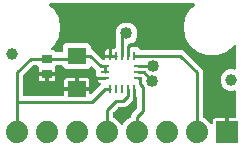
<source format=gbr>
G04 EAGLE Gerber RS-274X export*
G75*
%MOMM*%
%FSLAX34Y34*%
%LPD*%
%INTop Copper*%
%IPPOS*%
%AMOC8*
5,1,8,0,0,1.08239X$1,22.5*%
G01*
%ADD10R,0.900000X0.700000*%
%ADD11R,1.879600X1.879600*%
%ADD12C,1.879600*%
%ADD13R,0.280000X0.700000*%
%ADD14R,0.700000X0.280000*%
%ADD15R,1.600000X1.400000*%
%ADD16C,1.000000*%
%ADD17C,0.254000*%
%ADD18C,1.016000*%

G36*
X191574Y12709D02*
X191574Y12709D01*
X191632Y12708D01*
X191714Y12729D01*
X191797Y12741D01*
X191851Y12765D01*
X191907Y12779D01*
X191980Y12822D01*
X192057Y12857D01*
X192102Y12895D01*
X192152Y12925D01*
X192210Y12986D01*
X192274Y13041D01*
X192306Y13089D01*
X192346Y13132D01*
X192385Y13207D01*
X192431Y13277D01*
X192449Y13333D01*
X192476Y13385D01*
X192487Y13453D01*
X192517Y13548D01*
X192520Y13648D01*
X192531Y13716D01*
X192531Y24639D01*
X196944Y24639D01*
X197002Y24647D01*
X197059Y24645D01*
X197142Y24667D01*
X197226Y24679D01*
X197279Y24702D01*
X197334Y24717D01*
X197408Y24760D01*
X197485Y24795D01*
X197529Y24832D01*
X197579Y24861D01*
X197637Y24923D01*
X197702Y24978D01*
X197734Y25026D01*
X197774Y25068D01*
X197813Y25144D01*
X197860Y25215D01*
X197877Y25270D01*
X197904Y25321D01*
X197915Y25390D01*
X197946Y25486D01*
X197948Y25585D01*
X197960Y25652D01*
X197994Y47343D01*
X197978Y47458D01*
X197968Y47573D01*
X197958Y47598D01*
X197954Y47625D01*
X197907Y47730D01*
X197866Y47838D01*
X197850Y47860D01*
X197839Y47884D01*
X197764Y47973D01*
X197694Y48065D01*
X197673Y48081D01*
X197655Y48102D01*
X197559Y48166D01*
X197466Y48235D01*
X197441Y48245D01*
X197419Y48260D01*
X197309Y48295D01*
X197201Y48336D01*
X197174Y48338D01*
X197148Y48346D01*
X197032Y48349D01*
X196917Y48358D01*
X196894Y48353D01*
X196864Y48354D01*
X196597Y48284D01*
X196590Y48283D01*
X196589Y48282D01*
X196113Y48085D01*
X192507Y48085D01*
X189175Y49465D01*
X186625Y52015D01*
X185245Y55347D01*
X185245Y58953D01*
X186625Y62285D01*
X189175Y64835D01*
X192507Y66215D01*
X196113Y66215D01*
X196621Y66004D01*
X196731Y65976D01*
X196840Y65941D01*
X196868Y65941D01*
X196896Y65933D01*
X197010Y65937D01*
X197124Y65934D01*
X197152Y65941D01*
X197180Y65942D01*
X197289Y65976D01*
X197399Y66005D01*
X197424Y66019D01*
X197451Y66028D01*
X197546Y66092D01*
X197644Y66150D01*
X197664Y66171D01*
X197687Y66186D01*
X197761Y66274D01*
X197839Y66357D01*
X197852Y66382D01*
X197870Y66404D01*
X197917Y66508D01*
X197969Y66610D01*
X197973Y66635D01*
X197986Y66664D01*
X198021Y66920D01*
X198025Y66941D01*
X198054Y85645D01*
X198051Y85665D01*
X198053Y85686D01*
X198032Y85806D01*
X198015Y85927D01*
X198007Y85945D01*
X198003Y85965D01*
X197948Y86075D01*
X197899Y86186D01*
X197886Y86202D01*
X197877Y86220D01*
X197794Y86310D01*
X197716Y86404D01*
X197699Y86415D01*
X197685Y86430D01*
X197580Y86494D01*
X197479Y86562D01*
X197460Y86568D01*
X197442Y86578D01*
X197324Y86611D01*
X197208Y86648D01*
X197188Y86648D01*
X197168Y86654D01*
X197046Y86652D01*
X196924Y86656D01*
X196904Y86650D01*
X196884Y86650D01*
X196767Y86615D01*
X196649Y86584D01*
X196631Y86574D01*
X196612Y86568D01*
X196509Y86502D01*
X196404Y86439D01*
X196390Y86424D01*
X196373Y86413D01*
X196326Y86356D01*
X196209Y86232D01*
X196189Y86193D01*
X189794Y80827D01*
X181965Y77977D01*
X173635Y77977D01*
X165806Y80826D01*
X159425Y86181D01*
X155259Y93396D01*
X153813Y101600D01*
X155259Y109804D01*
X159425Y117019D01*
X163128Y120126D01*
X163178Y120181D01*
X163234Y120229D01*
X163272Y120286D01*
X163318Y120338D01*
X163350Y120404D01*
X163391Y120465D01*
X163412Y120531D01*
X163442Y120594D01*
X163455Y120666D01*
X163477Y120736D01*
X163479Y120805D01*
X163491Y120874D01*
X163482Y120947D01*
X163484Y121020D01*
X163467Y121087D01*
X163459Y121156D01*
X163431Y121224D01*
X163413Y121295D01*
X163377Y121355D01*
X163351Y121419D01*
X163305Y121477D01*
X163267Y121540D01*
X163217Y121587D01*
X163174Y121641D01*
X163114Y121684D01*
X163060Y121734D01*
X162998Y121766D01*
X162942Y121806D01*
X162872Y121830D01*
X162807Y121864D01*
X162749Y121874D01*
X162673Y121900D01*
X162551Y121907D01*
X162476Y121919D01*
X40724Y121919D01*
X40651Y121909D01*
X40578Y121909D01*
X40511Y121889D01*
X40443Y121879D01*
X40376Y121849D01*
X40305Y121829D01*
X40247Y121792D01*
X40183Y121763D01*
X40127Y121716D01*
X40065Y121676D01*
X40019Y121624D01*
X39966Y121580D01*
X39926Y121518D01*
X39877Y121463D01*
X39847Y121401D01*
X39809Y121343D01*
X39787Y121273D01*
X39755Y121206D01*
X39744Y121138D01*
X39723Y121072D01*
X39721Y120998D01*
X39709Y120926D01*
X39717Y120857D01*
X39716Y120788D01*
X39734Y120717D01*
X39743Y120643D01*
X39770Y120580D01*
X39787Y120513D01*
X39825Y120449D01*
X39854Y120382D01*
X39892Y120337D01*
X39933Y120268D01*
X40022Y120184D01*
X40072Y120126D01*
X43775Y117019D01*
X47941Y109804D01*
X49387Y101600D01*
X47941Y93396D01*
X43775Y86181D01*
X41697Y84438D01*
X41648Y84383D01*
X41592Y84335D01*
X41553Y84278D01*
X41507Y84226D01*
X41475Y84160D01*
X41434Y84099D01*
X41413Y84033D01*
X41383Y83970D01*
X41371Y83898D01*
X41349Y83828D01*
X41347Y83759D01*
X41335Y83690D01*
X41343Y83617D01*
X41341Y83544D01*
X41359Y83477D01*
X41366Y83408D01*
X41394Y83340D01*
X41413Y83269D01*
X41448Y83209D01*
X41475Y83145D01*
X41521Y83087D01*
X41558Y83024D01*
X41609Y82977D01*
X41652Y82923D01*
X41712Y82880D01*
X41766Y82830D01*
X41827Y82798D01*
X41884Y82758D01*
X41953Y82734D01*
X42019Y82700D01*
X42077Y82690D01*
X42152Y82664D01*
X42274Y82657D01*
X42350Y82645D01*
X44284Y82645D01*
X46216Y80712D01*
X46286Y80660D01*
X46350Y80600D01*
X46399Y80574D01*
X46443Y80541D01*
X46525Y80510D01*
X46603Y80470D01*
X46651Y80462D01*
X46709Y80440D01*
X46857Y80428D01*
X46934Y80415D01*
X50420Y80415D01*
X50478Y80423D01*
X50536Y80421D01*
X50618Y80443D01*
X50702Y80455D01*
X50755Y80478D01*
X50811Y80493D01*
X50884Y80536D01*
X50961Y80571D01*
X51006Y80609D01*
X51056Y80638D01*
X51114Y80700D01*
X51178Y80754D01*
X51210Y80803D01*
X51250Y80846D01*
X51289Y80921D01*
X51336Y80991D01*
X51353Y81047D01*
X51380Y81099D01*
X51391Y81167D01*
X51421Y81262D01*
X51424Y81362D01*
X51435Y81430D01*
X51435Y86184D01*
X53816Y88565D01*
X73184Y88565D01*
X75565Y86184D01*
X75565Y83677D01*
X75565Y83676D01*
X75565Y83674D01*
X75585Y83534D01*
X75605Y83396D01*
X75605Y83394D01*
X75605Y83393D01*
X75662Y83267D01*
X75721Y83136D01*
X75722Y83135D01*
X75723Y83134D01*
X75814Y83027D01*
X75904Y82919D01*
X75906Y82919D01*
X75907Y82917D01*
X75920Y82909D01*
X76141Y82762D01*
X76170Y82753D01*
X76191Y82739D01*
X77922Y82023D01*
X85682Y74262D01*
X85752Y74210D01*
X85816Y74150D01*
X85865Y74124D01*
X85910Y74091D01*
X85991Y74060D01*
X86069Y74020D01*
X86117Y74012D01*
X86175Y73990D01*
X86323Y73978D01*
X86400Y73965D01*
X86644Y73965D01*
X86702Y73973D01*
X86760Y73971D01*
X86842Y73993D01*
X86926Y74005D01*
X86979Y74028D01*
X87035Y74043D01*
X87108Y74086D01*
X87185Y74121D01*
X87230Y74159D01*
X87280Y74188D01*
X87338Y74250D01*
X87402Y74304D01*
X87434Y74353D01*
X87474Y74396D01*
X87513Y74471D01*
X87560Y74541D01*
X87577Y74597D01*
X87604Y74649D01*
X87615Y74717D01*
X87645Y74812D01*
X87648Y74912D01*
X87659Y74980D01*
X87659Y76485D01*
X91600Y76485D01*
X91658Y76493D01*
X91716Y76491D01*
X91798Y76513D01*
X91881Y76524D01*
X91935Y76548D01*
X91991Y76563D01*
X92064Y76606D01*
X92141Y76641D01*
X92185Y76678D01*
X92235Y76708D01*
X92236Y76709D01*
X92293Y76770D01*
X92358Y76824D01*
X92358Y76825D01*
X92390Y76873D01*
X92430Y76916D01*
X92469Y76991D01*
X92516Y77061D01*
X92533Y77117D01*
X92560Y77169D01*
X92571Y77237D01*
X92601Y77332D01*
X92604Y77432D01*
X92615Y77500D01*
X92615Y83541D01*
X93334Y83541D01*
X93837Y83406D01*
X93934Y83394D01*
X94029Y83374D01*
X94069Y83378D01*
X94119Y83372D01*
X94289Y83399D01*
X94363Y83406D01*
X94866Y83541D01*
X95250Y83541D01*
X95308Y83549D01*
X95366Y83547D01*
X95448Y83569D01*
X95532Y83581D01*
X95585Y83604D01*
X95641Y83619D01*
X95714Y83662D01*
X95791Y83697D01*
X95836Y83735D01*
X95886Y83764D01*
X95944Y83826D01*
X96008Y83880D01*
X96040Y83929D01*
X96080Y83972D01*
X96119Y84047D01*
X96166Y84117D01*
X96183Y84173D01*
X96210Y84225D01*
X96221Y84293D01*
X96251Y84388D01*
X96254Y84488D01*
X96265Y84556D01*
X96265Y93771D01*
X96297Y93848D01*
X96319Y93932D01*
X96350Y94014D01*
X96354Y94069D01*
X96368Y94123D01*
X96365Y94210D01*
X96372Y94298D01*
X96361Y94345D01*
X96360Y94407D01*
X96315Y94548D01*
X96297Y94625D01*
X96265Y94701D01*
X96265Y98339D01*
X97657Y101700D01*
X100230Y104273D01*
X103591Y105665D01*
X107229Y105665D01*
X110590Y104273D01*
X113163Y101700D01*
X114555Y98339D01*
X114555Y94701D01*
X113163Y91340D01*
X110590Y88767D01*
X107561Y87513D01*
X107560Y87512D01*
X107559Y87512D01*
X107438Y87440D01*
X107317Y87368D01*
X107316Y87367D01*
X107314Y87367D01*
X107217Y87262D01*
X107121Y87162D01*
X107121Y87160D01*
X107120Y87159D01*
X107055Y87034D01*
X106991Y86909D01*
X106991Y86907D01*
X106990Y86906D01*
X106988Y86891D01*
X106936Y86630D01*
X106939Y86600D01*
X106935Y86575D01*
X106935Y85934D01*
X106939Y85905D01*
X106936Y85876D01*
X106959Y85765D01*
X106975Y85653D01*
X106987Y85626D01*
X106992Y85597D01*
X107045Y85496D01*
X107091Y85393D01*
X107110Y85371D01*
X107123Y85345D01*
X107201Y85263D01*
X107274Y85176D01*
X107299Y85160D01*
X107319Y85139D01*
X107417Y85081D01*
X107511Y85019D01*
X107539Y85010D01*
X107564Y84995D01*
X107674Y84967D01*
X107782Y84933D01*
X107811Y84932D01*
X107840Y84925D01*
X107953Y84928D01*
X108066Y84926D01*
X108095Y84933D01*
X108124Y84934D01*
X108232Y84969D01*
X108341Y84997D01*
X108367Y85012D01*
X108395Y85021D01*
X108455Y85065D01*
X114684Y85065D01*
X116616Y83132D01*
X116686Y83080D01*
X116750Y83020D01*
X116799Y82994D01*
X116844Y82961D01*
X116925Y82930D01*
X117003Y82890D01*
X117051Y82882D01*
X117109Y82860D01*
X117257Y82848D01*
X117334Y82835D01*
X152161Y82835D01*
X154122Y82023D01*
X169623Y66522D01*
X170435Y64561D01*
X170435Y25741D01*
X170435Y25739D01*
X170435Y25737D01*
X170455Y25597D01*
X170475Y25459D01*
X170475Y25458D01*
X170475Y25456D01*
X170536Y25323D01*
X170591Y25200D01*
X170592Y25198D01*
X170593Y25197D01*
X170684Y25090D01*
X170774Y24983D01*
X170776Y24982D01*
X170777Y24981D01*
X170790Y24972D01*
X171011Y24825D01*
X171040Y24816D01*
X171061Y24803D01*
X172726Y24113D01*
X176513Y20326D01*
X176608Y20097D01*
X176652Y20023D01*
X176687Y19945D01*
X176724Y19901D01*
X176753Y19852D01*
X176815Y19793D01*
X176871Y19728D01*
X176918Y19696D01*
X176959Y19657D01*
X177036Y19618D01*
X177107Y19570D01*
X177161Y19553D01*
X177212Y19527D01*
X177296Y19510D01*
X177378Y19484D01*
X177435Y19483D01*
X177491Y19472D01*
X177576Y19479D01*
X177662Y19477D01*
X177717Y19491D01*
X177774Y19496D01*
X177854Y19527D01*
X177937Y19549D01*
X177986Y19578D01*
X178039Y19598D01*
X178108Y19650D01*
X178182Y19694D01*
X178221Y19735D01*
X178266Y19770D01*
X178318Y19839D01*
X178376Y19901D01*
X178402Y19952D01*
X178436Y19997D01*
X178467Y20078D01*
X178506Y20154D01*
X178514Y20203D01*
X178537Y20263D01*
X178548Y20408D01*
X178561Y20485D01*
X178561Y22432D01*
X178734Y23079D01*
X179069Y23658D01*
X179542Y24131D01*
X180121Y24466D01*
X180768Y24639D01*
X188469Y24639D01*
X188469Y13716D01*
X188477Y13658D01*
X188475Y13600D01*
X188497Y13518D01*
X188509Y13435D01*
X188533Y13381D01*
X188547Y13325D01*
X188590Y13252D01*
X188625Y13175D01*
X188663Y13131D01*
X188693Y13080D01*
X188754Y13023D01*
X188809Y12958D01*
X188857Y12926D01*
X188900Y12886D01*
X188975Y12847D01*
X189045Y12801D01*
X189101Y12783D01*
X189153Y12756D01*
X189221Y12745D01*
X189316Y12715D01*
X189416Y12712D01*
X189484Y12701D01*
X191516Y12701D01*
X191574Y12709D01*
G37*
G36*
X52002Y43443D02*
X52002Y43443D01*
X52060Y43441D01*
X52142Y43463D01*
X52226Y43475D01*
X52279Y43498D01*
X52335Y43513D01*
X52408Y43556D01*
X52485Y43591D01*
X52530Y43629D01*
X52580Y43658D01*
X52638Y43720D01*
X52702Y43774D01*
X52734Y43823D01*
X52774Y43866D01*
X52813Y43941D01*
X52860Y44011D01*
X52877Y44067D01*
X52904Y44119D01*
X52915Y44187D01*
X52945Y44282D01*
X52948Y44382D01*
X52959Y44450D01*
X52959Y47469D01*
X62484Y47469D01*
X62542Y47477D01*
X62600Y47475D01*
X62682Y47497D01*
X62765Y47509D01*
X62819Y47533D01*
X62875Y47547D01*
X62948Y47590D01*
X63025Y47625D01*
X63069Y47663D01*
X63120Y47693D01*
X63177Y47754D01*
X63242Y47809D01*
X63274Y47857D01*
X63314Y47900D01*
X63353Y47975D01*
X63399Y48045D01*
X63417Y48101D01*
X63444Y48153D01*
X63455Y48221D01*
X63485Y48316D01*
X63488Y48416D01*
X63499Y48484D01*
X63499Y49501D01*
X63501Y49501D01*
X63501Y48484D01*
X63509Y48426D01*
X63508Y48368D01*
X63529Y48286D01*
X63541Y48203D01*
X63565Y48149D01*
X63579Y48093D01*
X63622Y48020D01*
X63657Y47943D01*
X63695Y47898D01*
X63725Y47848D01*
X63786Y47790D01*
X63841Y47726D01*
X63889Y47694D01*
X63932Y47654D01*
X64007Y47615D01*
X64077Y47569D01*
X64133Y47551D01*
X64185Y47524D01*
X64253Y47513D01*
X64348Y47483D01*
X64448Y47480D01*
X64516Y47469D01*
X74041Y47469D01*
X74041Y45936D01*
X74045Y45907D01*
X74042Y45878D01*
X74065Y45767D01*
X74081Y45655D01*
X74093Y45628D01*
X74098Y45599D01*
X74150Y45499D01*
X74197Y45395D01*
X74216Y45373D01*
X74229Y45347D01*
X74307Y45265D01*
X74380Y45178D01*
X74405Y45162D01*
X74425Y45141D01*
X74523Y45084D01*
X74617Y45021D01*
X74645Y45012D01*
X74670Y44997D01*
X74780Y44969D01*
X74888Y44935D01*
X74918Y44934D01*
X74946Y44927D01*
X75059Y44931D01*
X75172Y44928D01*
X75201Y44935D01*
X75230Y44936D01*
X75338Y44971D01*
X75447Y44999D01*
X75473Y45014D01*
X75501Y45023D01*
X75564Y45069D01*
X75692Y45145D01*
X75735Y45190D01*
X75774Y45218D01*
X83586Y53031D01*
X83610Y53062D01*
X83639Y53088D01*
X83695Y53175D01*
X83757Y53258D01*
X83771Y53294D01*
X83792Y53327D01*
X83821Y53427D01*
X83858Y53524D01*
X83862Y53563D01*
X83873Y53600D01*
X83873Y53704D01*
X83882Y53807D01*
X83874Y53845D01*
X83874Y53884D01*
X83846Y53984D01*
X83826Y54086D01*
X83808Y54120D01*
X83797Y54158D01*
X83743Y54246D01*
X83695Y54338D01*
X83668Y54366D01*
X83647Y54400D01*
X83571Y54469D01*
X83499Y54544D01*
X83466Y54564D01*
X83436Y54590D01*
X83366Y54622D01*
X83254Y54688D01*
X83182Y54706D01*
X83131Y54729D01*
X83119Y54732D01*
X82540Y55067D01*
X82067Y55540D01*
X81732Y56119D01*
X81559Y56766D01*
X81559Y58472D01*
X81547Y58558D01*
X81544Y58646D01*
X81527Y58698D01*
X81519Y58753D01*
X81484Y58833D01*
X81457Y58916D01*
X81429Y58956D01*
X81403Y59013D01*
X81307Y59126D01*
X81262Y59190D01*
X80035Y60416D01*
X80035Y64400D01*
X80023Y64486D01*
X80020Y64574D01*
X80003Y64626D01*
X79995Y64681D01*
X79960Y64761D01*
X79933Y64844D01*
X79905Y64884D01*
X79879Y64941D01*
X79783Y65054D01*
X79738Y65118D01*
X76520Y68336D01*
X76473Y68371D01*
X76433Y68413D01*
X76360Y68456D01*
X76293Y68507D01*
X76238Y68527D01*
X76188Y68557D01*
X76106Y68578D01*
X76027Y68608D01*
X75969Y68613D01*
X75912Y68627D01*
X75828Y68624D01*
X75744Y68631D01*
X75686Y68620D01*
X75628Y68618D01*
X75548Y68592D01*
X75465Y68575D01*
X75413Y68549D01*
X75357Y68531D01*
X75301Y68490D01*
X75213Y68444D01*
X75140Y68376D01*
X75084Y68336D01*
X73184Y66435D01*
X53816Y66435D01*
X51428Y68824D01*
X51429Y68846D01*
X51407Y68928D01*
X51395Y69012D01*
X51372Y69065D01*
X51357Y69121D01*
X51314Y69194D01*
X51279Y69271D01*
X51241Y69316D01*
X51212Y69366D01*
X51150Y69424D01*
X51096Y69488D01*
X51047Y69520D01*
X51004Y69560D01*
X50929Y69599D01*
X50859Y69646D01*
X50803Y69663D01*
X50751Y69690D01*
X50683Y69701D01*
X50588Y69731D01*
X50488Y69734D01*
X50420Y69745D01*
X46934Y69745D01*
X46848Y69733D01*
X46760Y69730D01*
X46707Y69713D01*
X46653Y69705D01*
X46573Y69670D01*
X46490Y69643D01*
X46450Y69615D01*
X46393Y69589D01*
X46280Y69493D01*
X46216Y69448D01*
X44919Y68150D01*
X44878Y68096D01*
X44829Y68048D01*
X44793Y67983D01*
X44748Y67923D01*
X44724Y67859D01*
X44690Y67800D01*
X44673Y67727D01*
X44647Y67657D01*
X44641Y67589D01*
X44625Y67523D01*
X44629Y67449D01*
X44623Y67374D01*
X44636Y67307D01*
X44640Y67239D01*
X44662Y67180D01*
X44679Y67095D01*
X44731Y66994D01*
X44757Y66925D01*
X44968Y66561D01*
X45141Y65914D01*
X45141Y63829D01*
X38834Y63829D01*
X38776Y63821D01*
X38718Y63823D01*
X38636Y63801D01*
X38553Y63789D01*
X38499Y63766D01*
X38443Y63751D01*
X38370Y63708D01*
X38293Y63673D01*
X38249Y63635D01*
X38198Y63606D01*
X38141Y63544D01*
X38097Y63507D01*
X38096Y63508D01*
X38041Y63572D01*
X37993Y63604D01*
X37950Y63644D01*
X37875Y63683D01*
X37805Y63730D01*
X37749Y63747D01*
X37697Y63774D01*
X37629Y63785D01*
X37534Y63815D01*
X37434Y63818D01*
X37366Y63829D01*
X31059Y63829D01*
X31059Y65914D01*
X31232Y66561D01*
X31443Y66925D01*
X31468Y66988D01*
X31503Y67047D01*
X31521Y67119D01*
X31549Y67188D01*
X31556Y67256D01*
X31573Y67322D01*
X31570Y67397D01*
X31578Y67471D01*
X31566Y67538D01*
X31564Y67606D01*
X31541Y67677D01*
X31527Y67751D01*
X31497Y67812D01*
X31476Y67877D01*
X31440Y67928D01*
X31401Y68006D01*
X31324Y68090D01*
X31281Y68150D01*
X29984Y69448D01*
X29914Y69500D01*
X29850Y69560D01*
X29801Y69586D01*
X29757Y69619D01*
X29675Y69650D01*
X29597Y69690D01*
X29549Y69698D01*
X29491Y69720D01*
X29343Y69732D01*
X29266Y69745D01*
X26910Y69745D01*
X26824Y69733D01*
X26736Y69730D01*
X26684Y69713D01*
X26629Y69705D01*
X26549Y69670D01*
X26466Y69643D01*
X26426Y69615D01*
X26369Y69589D01*
X26256Y69493D01*
X26192Y69448D01*
X18332Y61588D01*
X18280Y61518D01*
X18220Y61454D01*
X18194Y61405D01*
X18161Y61360D01*
X18130Y61279D01*
X18090Y61201D01*
X18082Y61153D01*
X18060Y61095D01*
X18048Y60947D01*
X18035Y60870D01*
X18035Y44450D01*
X18043Y44392D01*
X18041Y44334D01*
X18063Y44252D01*
X18075Y44168D01*
X18098Y44115D01*
X18113Y44059D01*
X18156Y43986D01*
X18191Y43909D01*
X18229Y43864D01*
X18258Y43814D01*
X18320Y43756D01*
X18374Y43692D01*
X18423Y43660D01*
X18466Y43620D01*
X18541Y43581D01*
X18611Y43534D01*
X18667Y43517D01*
X18719Y43490D01*
X18787Y43479D01*
X18882Y43449D01*
X18982Y43446D01*
X19050Y43435D01*
X51944Y43435D01*
X52002Y43443D01*
G37*
G36*
X101715Y18873D02*
X101715Y18873D01*
X101828Y18883D01*
X101855Y18894D01*
X101885Y18898D01*
X101988Y18944D01*
X102093Y18985D01*
X102117Y19003D01*
X102144Y19015D01*
X102230Y19088D01*
X102320Y19157D01*
X102338Y19180D01*
X102360Y19199D01*
X102402Y19266D01*
X102490Y19384D01*
X102512Y19443D01*
X102538Y19484D01*
X102887Y20326D01*
X106674Y24113D01*
X108339Y24803D01*
X108340Y24803D01*
X108341Y24804D01*
X108462Y24875D01*
X108583Y24947D01*
X108584Y24948D01*
X108586Y24949D01*
X108683Y25053D01*
X108779Y25154D01*
X108779Y25155D01*
X108780Y25156D01*
X108845Y25282D01*
X108909Y25407D01*
X108909Y25408D01*
X108910Y25410D01*
X108912Y25424D01*
X108964Y25685D01*
X108961Y25716D01*
X108965Y25741D01*
X108965Y26461D01*
X109777Y28422D01*
X113748Y32392D01*
X113800Y32462D01*
X113860Y32526D01*
X113886Y32575D01*
X113919Y32620D01*
X113950Y32701D01*
X113990Y32779D01*
X113998Y32827D01*
X114020Y32885D01*
X114032Y33033D01*
X114045Y33110D01*
X114045Y42444D01*
X114037Y42502D01*
X114039Y42560D01*
X114017Y42642D01*
X114005Y42726D01*
X113982Y42779D01*
X113967Y42835D01*
X113924Y42908D01*
X113889Y42985D01*
X113851Y43030D01*
X113822Y43080D01*
X113760Y43138D01*
X113706Y43202D01*
X113657Y43234D01*
X113614Y43274D01*
X113539Y43313D01*
X113469Y43360D01*
X113413Y43377D01*
X113361Y43404D01*
X113293Y43415D01*
X113198Y43445D01*
X113098Y43448D01*
X113030Y43459D01*
X112950Y43459D01*
X112892Y43451D01*
X112834Y43453D01*
X112752Y43431D01*
X112668Y43419D01*
X112615Y43396D01*
X112559Y43381D01*
X112486Y43338D01*
X112409Y43303D01*
X112364Y43265D01*
X112314Y43236D01*
X112256Y43174D01*
X112192Y43120D01*
X112160Y43071D01*
X112120Y43028D01*
X112081Y42953D01*
X112034Y42883D01*
X112017Y42827D01*
X111990Y42775D01*
X111979Y42707D01*
X111949Y42612D01*
X111946Y42512D01*
X111935Y42444D01*
X111935Y42039D01*
X111123Y40078D01*
X105892Y34847D01*
X103931Y34035D01*
X99150Y34035D01*
X99064Y34023D01*
X98976Y34020D01*
X98924Y34003D01*
X98869Y33995D01*
X98789Y33960D01*
X98706Y33933D01*
X98666Y33905D01*
X98609Y33879D01*
X98496Y33783D01*
X98432Y33738D01*
X94532Y29838D01*
X94480Y29768D01*
X94420Y29704D01*
X94394Y29655D01*
X94361Y29610D01*
X94330Y29529D01*
X94290Y29451D01*
X94282Y29403D01*
X94260Y29345D01*
X94248Y29197D01*
X94235Y29120D01*
X94235Y25741D01*
X94235Y25739D01*
X94235Y25737D01*
X94255Y25597D01*
X94275Y25459D01*
X94275Y25458D01*
X94275Y25456D01*
X94336Y25323D01*
X94391Y25200D01*
X94392Y25198D01*
X94393Y25197D01*
X94484Y25090D01*
X94574Y24983D01*
X94576Y24982D01*
X94577Y24981D01*
X94590Y24972D01*
X94811Y24825D01*
X94840Y24816D01*
X94861Y24803D01*
X96526Y24113D01*
X100313Y20326D01*
X100662Y19484D01*
X100677Y19459D01*
X100686Y19431D01*
X100749Y19336D01*
X100807Y19239D01*
X100828Y19219D01*
X100844Y19194D01*
X100931Y19122D01*
X101013Y19044D01*
X101039Y19030D01*
X101062Y19011D01*
X101165Y18965D01*
X101266Y18914D01*
X101295Y18908D01*
X101322Y18896D01*
X101434Y18880D01*
X101545Y18859D01*
X101574Y18861D01*
X101603Y18857D01*
X101715Y18873D01*
G37*
%LPC*%
G36*
X65531Y51531D02*
X65531Y51531D01*
X65531Y59041D01*
X71834Y59041D01*
X72481Y58868D01*
X73060Y58533D01*
X73533Y58060D01*
X73868Y57481D01*
X74041Y56834D01*
X74041Y51531D01*
X65531Y51531D01*
G37*
%LPD*%
%LPC*%
G36*
X52959Y51531D02*
X52959Y51531D01*
X52959Y56834D01*
X53132Y57481D01*
X53467Y58060D01*
X53940Y58533D01*
X54519Y58868D01*
X55166Y59041D01*
X61469Y59041D01*
X61469Y51531D01*
X52959Y51531D01*
G37*
%LPD*%
%LPC*%
G36*
X39849Y60331D02*
X39849Y60331D01*
X45141Y60331D01*
X45141Y58246D01*
X44968Y57599D01*
X44633Y57020D01*
X44160Y56547D01*
X43581Y56212D01*
X42934Y56039D01*
X39849Y56039D01*
X39849Y60331D01*
G37*
%LPD*%
%LPC*%
G36*
X33266Y56039D02*
X33266Y56039D01*
X32619Y56212D01*
X32040Y56547D01*
X31567Y57020D01*
X31232Y57599D01*
X31059Y58246D01*
X31059Y60331D01*
X36351Y60331D01*
X36351Y56039D01*
X33266Y56039D01*
G37*
%LPD*%
%LPC*%
G36*
X87659Y78515D02*
X87659Y78515D01*
X87659Y81334D01*
X87832Y81981D01*
X88167Y82560D01*
X88640Y83033D01*
X89219Y83368D01*
X89866Y83541D01*
X90585Y83541D01*
X90585Y78515D01*
X87659Y78515D01*
G37*
%LPD*%
D10*
X38100Y75080D03*
X38100Y62080D03*
D11*
X190500Y12700D03*
D12*
X165100Y12700D03*
X139700Y12700D03*
X114300Y12700D03*
X88900Y12700D03*
X63500Y12700D03*
X38100Y12700D03*
X12700Y12700D03*
D13*
X106600Y77500D03*
X111600Y77500D03*
X101600Y77500D03*
X96600Y77500D03*
X91600Y77500D03*
X96600Y49500D03*
X91600Y49500D03*
X101600Y49500D03*
X106600Y49500D03*
X111600Y49500D03*
D14*
X87600Y68500D03*
X87600Y63500D03*
X87600Y58500D03*
X115600Y58500D03*
X115600Y63500D03*
X115600Y68500D03*
D15*
X63500Y49500D03*
X63500Y77500D03*
D16*
X8890Y78740D03*
X194310Y57150D03*
D17*
X126920Y68500D02*
X115600Y68500D01*
X126920Y68500D02*
X128270Y68580D01*
D18*
X128270Y68580D03*
D17*
X101600Y77500D02*
X101600Y92710D01*
X105410Y96520D01*
D18*
X105410Y96520D03*
D17*
X111600Y77500D02*
X151100Y77500D01*
X165100Y63500D01*
X165100Y12700D01*
X114300Y12700D02*
X114300Y25400D01*
X115600Y58500D02*
X116760Y58500D01*
X119380Y30480D02*
X114300Y25400D01*
X116760Y53420D02*
X116760Y58500D01*
X116760Y53420D02*
X119380Y50800D01*
X119380Y30480D01*
X106600Y43100D02*
X106600Y49500D01*
X88900Y31750D02*
X88900Y12700D01*
X88900Y31750D02*
X96520Y39370D01*
X102870Y39370D01*
X106600Y43100D01*
X12700Y38100D02*
X12700Y12700D01*
X12700Y38100D02*
X12700Y63500D01*
X24280Y75080D02*
X38100Y75080D01*
X24280Y75080D02*
X12700Y63500D01*
X87600Y49500D02*
X91600Y49500D01*
X87600Y49500D02*
X76200Y38100D01*
X12700Y38100D01*
X38100Y75080D02*
X61080Y75080D01*
X63500Y77500D01*
X83900Y68500D02*
X87600Y68500D01*
X74900Y77500D02*
X63500Y77500D01*
X74900Y77500D02*
X83900Y68500D01*
X87600Y68500D02*
X87600Y63500D01*
X87600Y58500D02*
X80090Y58500D01*
X80010Y58420D01*
X91600Y77500D02*
X91600Y86200D01*
X88900Y88900D01*
X91600Y77500D02*
X96600Y77500D01*
X106600Y77500D02*
X106600Y84502D01*
X109474Y87376D01*
X96600Y77500D02*
X85060Y77500D01*
X83820Y78740D01*
X83820Y87630D01*
X111600Y49500D02*
X111600Y35400D01*
X102870Y29210D01*
X96600Y77500D02*
X86330Y77500D01*
X85090Y78740D01*
X85090Y86360D01*
X83820Y87630D01*
X106600Y85010D02*
X106600Y77500D01*
X106600Y85010D02*
X107950Y86360D01*
X120650Y86360D01*
X121920Y87630D01*
D18*
X25400Y53340D03*
X83820Y87630D03*
X121920Y87630D03*
X102870Y29210D03*
D17*
X115600Y63500D02*
X120650Y63500D01*
X127000Y55880D01*
D18*
X127000Y55880D03*
M02*

</source>
